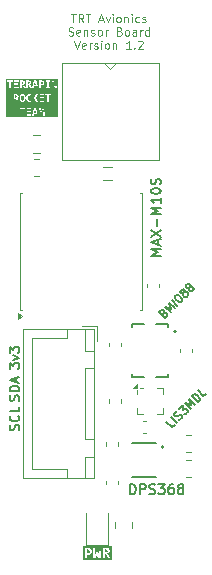
<source format=gbr>
%TF.GenerationSoftware,KiCad,Pcbnew,8.0.8*%
%TF.CreationDate,2025-02-07T05:59:22-05:00*%
%TF.ProjectId,SensorBoardNoMCU,53656e73-6f72-4426-9f61-72644e6f4d43,rev?*%
%TF.SameCoordinates,Original*%
%TF.FileFunction,Legend,Top*%
%TF.FilePolarity,Positive*%
%FSLAX46Y46*%
G04 Gerber Fmt 4.6, Leading zero omitted, Abs format (unit mm)*
G04 Created by KiCad (PCBNEW 8.0.8) date 2025-02-07 05:59:22*
%MOMM*%
%LPD*%
G01*
G04 APERTURE LIST*
%ADD10C,0.153000*%
%ADD11C,0.140000*%
%ADD12C,0.146400*%
%ADD13C,0.250000*%
%ADD14C,0.175000*%
%ADD15C,0.112500*%
%ADD16C,0.120000*%
%ADD17C,0.127000*%
%ADD18C,0.200000*%
%ADD19C,0.160000*%
G04 APERTURE END LIST*
D10*
X90356044Y-87246962D02*
X90394139Y-87132676D01*
X90394139Y-87132676D02*
X90394139Y-86942200D01*
X90394139Y-86942200D02*
X90356044Y-86866009D01*
X90356044Y-86866009D02*
X90317948Y-86827914D01*
X90317948Y-86827914D02*
X90241758Y-86789819D01*
X90241758Y-86789819D02*
X90165567Y-86789819D01*
X90165567Y-86789819D02*
X90089377Y-86827914D01*
X90089377Y-86827914D02*
X90051282Y-86866009D01*
X90051282Y-86866009D02*
X90013186Y-86942200D01*
X90013186Y-86942200D02*
X89975091Y-87094581D01*
X89975091Y-87094581D02*
X89936996Y-87170771D01*
X89936996Y-87170771D02*
X89898901Y-87208866D01*
X89898901Y-87208866D02*
X89822710Y-87246962D01*
X89822710Y-87246962D02*
X89746520Y-87246962D01*
X89746520Y-87246962D02*
X89670329Y-87208866D01*
X89670329Y-87208866D02*
X89632234Y-87170771D01*
X89632234Y-87170771D02*
X89594139Y-87094581D01*
X89594139Y-87094581D02*
X89594139Y-86904104D01*
X89594139Y-86904104D02*
X89632234Y-86789819D01*
X90394139Y-86446961D02*
X89594139Y-86446961D01*
X89594139Y-86446961D02*
X89594139Y-86256485D01*
X89594139Y-86256485D02*
X89632234Y-86142199D01*
X89632234Y-86142199D02*
X89708424Y-86066009D01*
X89708424Y-86066009D02*
X89784615Y-86027914D01*
X89784615Y-86027914D02*
X89936996Y-85989818D01*
X89936996Y-85989818D02*
X90051282Y-85989818D01*
X90051282Y-85989818D02*
X90203663Y-86027914D01*
X90203663Y-86027914D02*
X90279853Y-86066009D01*
X90279853Y-86066009D02*
X90356044Y-86142199D01*
X90356044Y-86142199D02*
X90394139Y-86256485D01*
X90394139Y-86256485D02*
X90394139Y-86446961D01*
X90165567Y-85685057D02*
X90165567Y-85304104D01*
X90394139Y-85761247D02*
X89594139Y-85494580D01*
X89594139Y-85494580D02*
X90394139Y-85227914D01*
D11*
X103602958Y-89265595D02*
X103367255Y-89501297D01*
X103367255Y-89501297D02*
X102872281Y-89006322D01*
X103767950Y-89100603D02*
X103272975Y-88605628D01*
X103956511Y-88864901D02*
X104050792Y-88817761D01*
X104050792Y-88817761D02*
X104168643Y-88699909D01*
X104168643Y-88699909D02*
X104192213Y-88629199D01*
X104192213Y-88629199D02*
X104192213Y-88582058D01*
X104192213Y-88582058D02*
X104168643Y-88511348D01*
X104168643Y-88511348D02*
X104121503Y-88464207D01*
X104121503Y-88464207D02*
X104050792Y-88440637D01*
X104050792Y-88440637D02*
X104003652Y-88440637D01*
X104003652Y-88440637D02*
X103932941Y-88464207D01*
X103932941Y-88464207D02*
X103815090Y-88534918D01*
X103815090Y-88534918D02*
X103744379Y-88558488D01*
X103744379Y-88558488D02*
X103697239Y-88558488D01*
X103697239Y-88558488D02*
X103626528Y-88534918D01*
X103626528Y-88534918D02*
X103579388Y-88487777D01*
X103579388Y-88487777D02*
X103555817Y-88417067D01*
X103555817Y-88417067D02*
X103555817Y-88369926D01*
X103555817Y-88369926D02*
X103579388Y-88299216D01*
X103579388Y-88299216D02*
X103697239Y-88181364D01*
X103697239Y-88181364D02*
X103791520Y-88134224D01*
X103932941Y-87945662D02*
X104239354Y-87639249D01*
X104239354Y-87639249D02*
X104262924Y-87992802D01*
X104262924Y-87992802D02*
X104333635Y-87922092D01*
X104333635Y-87922092D02*
X104404346Y-87898521D01*
X104404346Y-87898521D02*
X104451486Y-87898521D01*
X104451486Y-87898521D02*
X104522197Y-87922092D01*
X104522197Y-87922092D02*
X104640048Y-88039943D01*
X104640048Y-88039943D02*
X104663618Y-88110654D01*
X104663618Y-88110654D02*
X104663618Y-88157794D01*
X104663618Y-88157794D02*
X104640048Y-88228505D01*
X104640048Y-88228505D02*
X104498627Y-88369926D01*
X104498627Y-88369926D02*
X104427916Y-88393496D01*
X104427916Y-88393496D02*
X104380775Y-88393496D01*
X104946461Y-87922091D02*
X104451486Y-87427117D01*
X104451486Y-87427117D02*
X104970031Y-87615679D01*
X104970031Y-87615679D02*
X104781470Y-87097134D01*
X104781470Y-87097134D02*
X105276444Y-87592108D01*
X105512147Y-87356406D02*
X105017172Y-86861431D01*
X105017172Y-86861431D02*
X105135023Y-86743580D01*
X105135023Y-86743580D02*
X105229304Y-86696440D01*
X105229304Y-86696440D02*
X105323585Y-86696440D01*
X105323585Y-86696440D02*
X105394295Y-86720010D01*
X105394295Y-86720010D02*
X105512147Y-86790721D01*
X105512147Y-86790721D02*
X105582857Y-86861431D01*
X105582857Y-86861431D02*
X105653568Y-86979282D01*
X105653568Y-86979282D02*
X105677138Y-87049993D01*
X105677138Y-87049993D02*
X105677138Y-87144274D01*
X105677138Y-87144274D02*
X105629998Y-87238555D01*
X105629998Y-87238555D02*
X105512147Y-87356406D01*
X106242824Y-86625729D02*
X106007121Y-86861431D01*
X106007121Y-86861431D02*
X105512147Y-86366457D01*
D12*
X99796219Y-95139636D02*
X99796219Y-94300036D01*
X99796219Y-94300036D02*
X99996124Y-94300036D01*
X99996124Y-94300036D02*
X100116067Y-94340017D01*
X100116067Y-94340017D02*
X100196029Y-94419979D01*
X100196029Y-94419979D02*
X100236010Y-94499941D01*
X100236010Y-94499941D02*
X100275991Y-94659865D01*
X100275991Y-94659865D02*
X100275991Y-94779808D01*
X100275991Y-94779808D02*
X100236010Y-94939732D01*
X100236010Y-94939732D02*
X100196029Y-95019694D01*
X100196029Y-95019694D02*
X100116067Y-95099656D01*
X100116067Y-95099656D02*
X99996124Y-95139636D01*
X99996124Y-95139636D02*
X99796219Y-95139636D01*
X100635819Y-95139636D02*
X100635819Y-94300036D01*
X100635819Y-94300036D02*
X100955667Y-94300036D01*
X100955667Y-94300036D02*
X101035629Y-94340017D01*
X101035629Y-94340017D02*
X101075610Y-94379998D01*
X101075610Y-94379998D02*
X101115591Y-94459960D01*
X101115591Y-94459960D02*
X101115591Y-94579903D01*
X101115591Y-94579903D02*
X101075610Y-94659865D01*
X101075610Y-94659865D02*
X101035629Y-94699846D01*
X101035629Y-94699846D02*
X100955667Y-94739827D01*
X100955667Y-94739827D02*
X100635819Y-94739827D01*
X101435438Y-95099656D02*
X101555381Y-95139636D01*
X101555381Y-95139636D02*
X101755286Y-95139636D01*
X101755286Y-95139636D02*
X101835248Y-95099656D01*
X101835248Y-95099656D02*
X101875229Y-95059675D01*
X101875229Y-95059675D02*
X101915210Y-94979713D01*
X101915210Y-94979713D02*
X101915210Y-94899751D01*
X101915210Y-94899751D02*
X101875229Y-94819789D01*
X101875229Y-94819789D02*
X101835248Y-94779808D01*
X101835248Y-94779808D02*
X101755286Y-94739827D01*
X101755286Y-94739827D02*
X101595362Y-94699846D01*
X101595362Y-94699846D02*
X101515400Y-94659865D01*
X101515400Y-94659865D02*
X101475419Y-94619884D01*
X101475419Y-94619884D02*
X101435438Y-94539922D01*
X101435438Y-94539922D02*
X101435438Y-94459960D01*
X101435438Y-94459960D02*
X101475419Y-94379998D01*
X101475419Y-94379998D02*
X101515400Y-94340017D01*
X101515400Y-94340017D02*
X101595362Y-94300036D01*
X101595362Y-94300036D02*
X101795267Y-94300036D01*
X101795267Y-94300036D02*
X101915210Y-94340017D01*
X102195076Y-94300036D02*
X102714829Y-94300036D01*
X102714829Y-94300036D02*
X102434962Y-94619884D01*
X102434962Y-94619884D02*
X102554905Y-94619884D01*
X102554905Y-94619884D02*
X102634867Y-94659865D01*
X102634867Y-94659865D02*
X102674848Y-94699846D01*
X102674848Y-94699846D02*
X102714829Y-94779808D01*
X102714829Y-94779808D02*
X102714829Y-94979713D01*
X102714829Y-94979713D02*
X102674848Y-95059675D01*
X102674848Y-95059675D02*
X102634867Y-95099656D01*
X102634867Y-95099656D02*
X102554905Y-95139636D01*
X102554905Y-95139636D02*
X102315019Y-95139636D01*
X102315019Y-95139636D02*
X102235057Y-95099656D01*
X102235057Y-95099656D02*
X102195076Y-95059675D01*
X103434486Y-94300036D02*
X103274562Y-94300036D01*
X103274562Y-94300036D02*
X103194600Y-94340017D01*
X103194600Y-94340017D02*
X103154619Y-94379998D01*
X103154619Y-94379998D02*
X103074657Y-94499941D01*
X103074657Y-94499941D02*
X103034676Y-94659865D01*
X103034676Y-94659865D02*
X103034676Y-94979713D01*
X103034676Y-94979713D02*
X103074657Y-95059675D01*
X103074657Y-95059675D02*
X103114638Y-95099656D01*
X103114638Y-95099656D02*
X103194600Y-95139636D01*
X103194600Y-95139636D02*
X103354524Y-95139636D01*
X103354524Y-95139636D02*
X103434486Y-95099656D01*
X103434486Y-95099656D02*
X103474467Y-95059675D01*
X103474467Y-95059675D02*
X103514448Y-94979713D01*
X103514448Y-94979713D02*
X103514448Y-94779808D01*
X103514448Y-94779808D02*
X103474467Y-94699846D01*
X103474467Y-94699846D02*
X103434486Y-94659865D01*
X103434486Y-94659865D02*
X103354524Y-94619884D01*
X103354524Y-94619884D02*
X103194600Y-94619884D01*
X103194600Y-94619884D02*
X103114638Y-94659865D01*
X103114638Y-94659865D02*
X103074657Y-94699846D01*
X103074657Y-94699846D02*
X103034676Y-94779808D01*
X103994219Y-94659865D02*
X103914257Y-94619884D01*
X103914257Y-94619884D02*
X103874276Y-94579903D01*
X103874276Y-94579903D02*
X103834295Y-94499941D01*
X103834295Y-94499941D02*
X103834295Y-94459960D01*
X103834295Y-94459960D02*
X103874276Y-94379998D01*
X103874276Y-94379998D02*
X103914257Y-94340017D01*
X103914257Y-94340017D02*
X103994219Y-94300036D01*
X103994219Y-94300036D02*
X104154143Y-94300036D01*
X104154143Y-94300036D02*
X104234105Y-94340017D01*
X104234105Y-94340017D02*
X104274086Y-94379998D01*
X104274086Y-94379998D02*
X104314067Y-94459960D01*
X104314067Y-94459960D02*
X104314067Y-94499941D01*
X104314067Y-94499941D02*
X104274086Y-94579903D01*
X104274086Y-94579903D02*
X104234105Y-94619884D01*
X104234105Y-94619884D02*
X104154143Y-94659865D01*
X104154143Y-94659865D02*
X103994219Y-94659865D01*
X103994219Y-94659865D02*
X103914257Y-94699846D01*
X103914257Y-94699846D02*
X103874276Y-94739827D01*
X103874276Y-94739827D02*
X103834295Y-94819789D01*
X103834295Y-94819789D02*
X103834295Y-94979713D01*
X103834295Y-94979713D02*
X103874276Y-95059675D01*
X103874276Y-95059675D02*
X103914257Y-95099656D01*
X103914257Y-95099656D02*
X103994219Y-95139636D01*
X103994219Y-95139636D02*
X104154143Y-95139636D01*
X104154143Y-95139636D02*
X104234105Y-95099656D01*
X104234105Y-95099656D02*
X104274086Y-95059675D01*
X104274086Y-95059675D02*
X104314067Y-94979713D01*
X104314067Y-94979713D02*
X104314067Y-94819789D01*
X104314067Y-94819789D02*
X104274086Y-94739827D01*
X104274086Y-94739827D02*
X104234105Y-94699846D01*
X104234105Y-94699846D02*
X104154143Y-94659865D01*
D10*
X90356044Y-89746962D02*
X90394139Y-89632676D01*
X90394139Y-89632676D02*
X90394139Y-89442200D01*
X90394139Y-89442200D02*
X90356044Y-89366009D01*
X90356044Y-89366009D02*
X90317948Y-89327914D01*
X90317948Y-89327914D02*
X90241758Y-89289819D01*
X90241758Y-89289819D02*
X90165567Y-89289819D01*
X90165567Y-89289819D02*
X90089377Y-89327914D01*
X90089377Y-89327914D02*
X90051282Y-89366009D01*
X90051282Y-89366009D02*
X90013186Y-89442200D01*
X90013186Y-89442200D02*
X89975091Y-89594581D01*
X89975091Y-89594581D02*
X89936996Y-89670771D01*
X89936996Y-89670771D02*
X89898901Y-89708866D01*
X89898901Y-89708866D02*
X89822710Y-89746962D01*
X89822710Y-89746962D02*
X89746520Y-89746962D01*
X89746520Y-89746962D02*
X89670329Y-89708866D01*
X89670329Y-89708866D02*
X89632234Y-89670771D01*
X89632234Y-89670771D02*
X89594139Y-89594581D01*
X89594139Y-89594581D02*
X89594139Y-89404104D01*
X89594139Y-89404104D02*
X89632234Y-89289819D01*
X90317948Y-88489818D02*
X90356044Y-88527914D01*
X90356044Y-88527914D02*
X90394139Y-88642199D01*
X90394139Y-88642199D02*
X90394139Y-88718390D01*
X90394139Y-88718390D02*
X90356044Y-88832676D01*
X90356044Y-88832676D02*
X90279853Y-88908866D01*
X90279853Y-88908866D02*
X90203663Y-88946961D01*
X90203663Y-88946961D02*
X90051282Y-88985057D01*
X90051282Y-88985057D02*
X89936996Y-88985057D01*
X89936996Y-88985057D02*
X89784615Y-88946961D01*
X89784615Y-88946961D02*
X89708424Y-88908866D01*
X89708424Y-88908866D02*
X89632234Y-88832676D01*
X89632234Y-88832676D02*
X89594139Y-88718390D01*
X89594139Y-88718390D02*
X89594139Y-88642199D01*
X89594139Y-88642199D02*
X89632234Y-88527914D01*
X89632234Y-88527914D02*
X89670329Y-88489818D01*
X90394139Y-87766009D02*
X90394139Y-88146961D01*
X90394139Y-88146961D02*
X89594139Y-88146961D01*
X89594139Y-84535057D02*
X89594139Y-84039819D01*
X89594139Y-84039819D02*
X89898901Y-84306485D01*
X89898901Y-84306485D02*
X89898901Y-84192200D01*
X89898901Y-84192200D02*
X89936996Y-84116009D01*
X89936996Y-84116009D02*
X89975091Y-84077914D01*
X89975091Y-84077914D02*
X90051282Y-84039819D01*
X90051282Y-84039819D02*
X90241758Y-84039819D01*
X90241758Y-84039819D02*
X90317948Y-84077914D01*
X90317948Y-84077914D02*
X90356044Y-84116009D01*
X90356044Y-84116009D02*
X90394139Y-84192200D01*
X90394139Y-84192200D02*
X90394139Y-84420771D01*
X90394139Y-84420771D02*
X90356044Y-84496962D01*
X90356044Y-84496962D02*
X90317948Y-84535057D01*
X89860805Y-83773152D02*
X90394139Y-83582676D01*
X90394139Y-83582676D02*
X89860805Y-83392199D01*
X89594139Y-83163628D02*
X89594139Y-82668390D01*
X89594139Y-82668390D02*
X89898901Y-82935056D01*
X89898901Y-82935056D02*
X89898901Y-82820771D01*
X89898901Y-82820771D02*
X89936996Y-82744580D01*
X89936996Y-82744580D02*
X89975091Y-82706485D01*
X89975091Y-82706485D02*
X90051282Y-82668390D01*
X90051282Y-82668390D02*
X90241758Y-82668390D01*
X90241758Y-82668390D02*
X90317948Y-82706485D01*
X90317948Y-82706485D02*
X90356044Y-82744580D01*
X90356044Y-82744580D02*
X90394139Y-82820771D01*
X90394139Y-82820771D02*
X90394139Y-83049342D01*
X90394139Y-83049342D02*
X90356044Y-83125533D01*
X90356044Y-83125533D02*
X90317948Y-83163628D01*
D13*
G36*
X96232627Y-99831231D02*
G01*
X96281438Y-99840676D01*
X96296241Y-99845941D01*
X96339568Y-99872184D01*
X96347765Y-99880186D01*
X96373762Y-99922009D01*
X96378784Y-99936954D01*
X96385241Y-99986734D01*
X96384294Y-100008018D01*
X96373273Y-100057320D01*
X96367500Y-100070684D01*
X96338102Y-100111542D01*
X96325951Y-100122120D01*
X96281438Y-100145980D01*
X96254716Y-100153273D01*
X96203769Y-100157948D01*
X96109735Y-100157948D01*
X96109735Y-99829685D01*
X96198395Y-99829685D01*
X96232627Y-99831231D01*
G37*
G36*
X97741519Y-99830383D02*
G01*
X97793519Y-99837750D01*
X97841905Y-99858262D01*
X97846992Y-99861947D01*
X97875874Y-99901805D01*
X97883915Y-99951807D01*
X97883720Y-99959455D01*
X97871459Y-100007006D01*
X97869891Y-100009968D01*
X97836532Y-100047306D01*
X97827688Y-100053076D01*
X97781822Y-100071730D01*
X97761237Y-100075981D01*
X97710747Y-100079790D01*
X97642115Y-100079790D01*
X97642115Y-99829685D01*
X97716364Y-99829685D01*
X97741519Y-99830383D01*
G37*
G36*
X98249250Y-100705000D02*
G01*
X95814498Y-100705000D01*
X95814498Y-99829685D01*
X95939498Y-99829685D01*
X95939498Y-100157948D01*
X95939498Y-100580000D01*
X96109735Y-100580000D01*
X96109735Y-100298632D01*
X96195709Y-100298632D01*
X96201350Y-100298608D01*
X96255408Y-100295803D01*
X96305173Y-100288323D01*
X96354955Y-100274696D01*
X96383990Y-100263206D01*
X96428652Y-100239266D01*
X96469749Y-100207285D01*
X96486253Y-100190424D01*
X96516472Y-100150061D01*
X96539114Y-100104459D01*
X96549372Y-100074112D01*
X96559264Y-100026072D01*
X96562561Y-99975010D01*
X96561983Y-99953868D01*
X96555065Y-99902470D01*
X96538870Y-99852889D01*
X96532603Y-99839841D01*
X96505262Y-99798320D01*
X96469505Y-99763251D01*
X96448494Y-99748171D01*
X96404017Y-99724631D01*
X96356665Y-99708053D01*
X96352462Y-99706880D01*
X96303622Y-99696443D01*
X96255064Y-99690862D01*
X96202547Y-99689002D01*
X96638277Y-99689002D01*
X96688346Y-100580000D01*
X96878612Y-100580000D01*
X96965806Y-100294480D01*
X96996825Y-100174312D01*
X97029065Y-100291549D01*
X97117725Y-100580000D01*
X97316295Y-100580000D01*
X97359076Y-99829685D01*
X97473099Y-99829685D01*
X97473099Y-100079790D01*
X97473099Y-100580000D01*
X97642115Y-100580000D01*
X97642115Y-100204842D01*
X97674355Y-100204842D01*
X97702748Y-100207353D01*
X97749582Y-100226092D01*
X97773240Y-100246544D01*
X97799407Y-100288618D01*
X97925681Y-100580000D01*
X98124250Y-100580000D01*
X97980635Y-100276161D01*
X97978925Y-100272556D01*
X97954936Y-100227997D01*
X97925681Y-100188722D01*
X97909849Y-100174033D01*
X97865353Y-100152819D01*
X97896333Y-100146281D01*
X97943999Y-100129127D01*
X97967638Y-100116300D01*
X98006037Y-100084919D01*
X98022618Y-100064872D01*
X98046581Y-100019706D01*
X98056924Y-99981800D01*
X98060991Y-99933000D01*
X98060632Y-99916472D01*
X98054512Y-99867235D01*
X98038032Y-99818939D01*
X98010128Y-99776502D01*
X97972331Y-99742979D01*
X97964204Y-99737676D01*
X97918802Y-99715536D01*
X97869261Y-99701458D01*
X97834225Y-99695437D01*
X97784084Y-99690473D01*
X97734683Y-99689002D01*
X97473099Y-99689002D01*
X97473099Y-99829685D01*
X97359076Y-99829685D01*
X97367097Y-99689002D01*
X97223482Y-99689002D01*
X97200768Y-100274696D01*
X97198081Y-100413426D01*
X97164376Y-100305471D01*
X97060084Y-99954738D01*
X96953594Y-99954738D01*
X96854676Y-100280558D01*
X96814131Y-100414891D01*
X96808514Y-100259064D01*
X96787265Y-99689002D01*
X96638277Y-99689002D01*
X96202547Y-99689002D01*
X95939498Y-99689002D01*
X95939498Y-99829685D01*
X95814498Y-99829685D01*
X95814498Y-99564002D01*
X98249250Y-99564002D01*
X98249250Y-100705000D01*
G37*
D12*
X102389636Y-74953780D02*
X101550036Y-74953780D01*
X101550036Y-74953780D02*
X102149751Y-74673913D01*
X102149751Y-74673913D02*
X101550036Y-74394046D01*
X101550036Y-74394046D02*
X102389636Y-74394046D01*
X102149751Y-74034218D02*
X102149751Y-73634408D01*
X102389636Y-74114180D02*
X101550036Y-73834313D01*
X101550036Y-73834313D02*
X102389636Y-73554446D01*
X101550036Y-73354542D02*
X102389636Y-72794808D01*
X101550036Y-72794808D02*
X102389636Y-73354542D01*
X102069789Y-72474961D02*
X102069789Y-71835266D01*
X102389636Y-71435456D02*
X101550036Y-71435456D01*
X101550036Y-71435456D02*
X102149751Y-71155589D01*
X102149751Y-71155589D02*
X101550036Y-70875722D01*
X101550036Y-70875722D02*
X102389636Y-70875722D01*
X102389636Y-70036122D02*
X102389636Y-70515894D01*
X102389636Y-70276008D02*
X101550036Y-70276008D01*
X101550036Y-70276008D02*
X101669979Y-70355970D01*
X101669979Y-70355970D02*
X101749941Y-70435932D01*
X101749941Y-70435932D02*
X101789922Y-70515894D01*
X101550036Y-69516370D02*
X101550036Y-69436408D01*
X101550036Y-69436408D02*
X101590017Y-69356446D01*
X101590017Y-69356446D02*
X101629998Y-69316465D01*
X101629998Y-69316465D02*
X101709960Y-69276484D01*
X101709960Y-69276484D02*
X101869884Y-69236503D01*
X101869884Y-69236503D02*
X102069789Y-69236503D01*
X102069789Y-69236503D02*
X102229713Y-69276484D01*
X102229713Y-69276484D02*
X102309675Y-69316465D01*
X102309675Y-69316465D02*
X102349656Y-69356446D01*
X102349656Y-69356446D02*
X102389636Y-69436408D01*
X102389636Y-69436408D02*
X102389636Y-69516370D01*
X102389636Y-69516370D02*
X102349656Y-69596332D01*
X102349656Y-69596332D02*
X102309675Y-69636313D01*
X102309675Y-69636313D02*
X102229713Y-69676294D01*
X102229713Y-69676294D02*
X102069789Y-69716275D01*
X102069789Y-69716275D02*
X101869884Y-69716275D01*
X101869884Y-69716275D02*
X101709960Y-69676294D01*
X101709960Y-69676294D02*
X101629998Y-69636313D01*
X101629998Y-69636313D02*
X101590017Y-69596332D01*
X101590017Y-69596332D02*
X101550036Y-69516370D01*
X102349656Y-68916656D02*
X102389636Y-68796713D01*
X102389636Y-68796713D02*
X102389636Y-68596808D01*
X102389636Y-68596808D02*
X102349656Y-68516846D01*
X102349656Y-68516846D02*
X102309675Y-68476865D01*
X102309675Y-68476865D02*
X102229713Y-68436884D01*
X102229713Y-68436884D02*
X102149751Y-68436884D01*
X102149751Y-68436884D02*
X102069789Y-68476865D01*
X102069789Y-68476865D02*
X102029808Y-68516846D01*
X102029808Y-68516846D02*
X101989827Y-68596808D01*
X101989827Y-68596808D02*
X101949846Y-68756732D01*
X101949846Y-68756732D02*
X101909865Y-68836694D01*
X101909865Y-68836694D02*
X101869884Y-68876675D01*
X101869884Y-68876675D02*
X101789922Y-68916656D01*
X101789922Y-68916656D02*
X101709960Y-68916656D01*
X101709960Y-68916656D02*
X101629998Y-68876675D01*
X101629998Y-68876675D02*
X101590017Y-68836694D01*
X101590017Y-68836694D02*
X101550036Y-68756732D01*
X101550036Y-68756732D02*
X101550036Y-68556827D01*
X101550036Y-68556827D02*
X101590017Y-68436884D01*
D11*
X102647975Y-79827033D02*
X102742255Y-79779893D01*
X102742255Y-79779893D02*
X102789396Y-79779893D01*
X102789396Y-79779893D02*
X102860107Y-79803463D01*
X102860107Y-79803463D02*
X102930817Y-79874173D01*
X102930817Y-79874173D02*
X102954388Y-79944884D01*
X102954388Y-79944884D02*
X102954388Y-79992025D01*
X102954388Y-79992025D02*
X102930817Y-80062735D01*
X102930817Y-80062735D02*
X102742255Y-80251297D01*
X102742255Y-80251297D02*
X102247281Y-79756322D01*
X102247281Y-79756322D02*
X102412272Y-79591331D01*
X102412272Y-79591331D02*
X102482983Y-79567761D01*
X102482983Y-79567761D02*
X102530123Y-79567761D01*
X102530123Y-79567761D02*
X102600834Y-79591331D01*
X102600834Y-79591331D02*
X102647975Y-79638471D01*
X102647975Y-79638471D02*
X102671545Y-79709182D01*
X102671545Y-79709182D02*
X102671545Y-79756322D01*
X102671545Y-79756322D02*
X102647975Y-79827033D01*
X102647975Y-79827033D02*
X102482983Y-79992025D01*
X103237230Y-79756322D02*
X102742255Y-79261348D01*
X102742255Y-79261348D02*
X103260800Y-79449909D01*
X103260800Y-79449909D02*
X103072239Y-78931364D01*
X103072239Y-78931364D02*
X103567213Y-79426339D01*
X103802916Y-79190637D02*
X103307941Y-78695662D01*
X103637924Y-78365679D02*
X103685064Y-78318539D01*
X103685064Y-78318539D02*
X103755775Y-78294969D01*
X103755775Y-78294969D02*
X103802915Y-78294969D01*
X103802915Y-78294969D02*
X103873626Y-78318539D01*
X103873626Y-78318539D02*
X103991477Y-78389249D01*
X103991477Y-78389249D02*
X104109328Y-78507101D01*
X104109328Y-78507101D02*
X104180039Y-78624952D01*
X104180039Y-78624952D02*
X104203609Y-78695662D01*
X104203609Y-78695662D02*
X104203609Y-78742803D01*
X104203609Y-78742803D02*
X104180039Y-78813514D01*
X104180039Y-78813514D02*
X104132899Y-78860654D01*
X104132899Y-78860654D02*
X104062188Y-78884224D01*
X104062188Y-78884224D02*
X104015047Y-78884224D01*
X104015047Y-78884224D02*
X103944337Y-78860654D01*
X103944337Y-78860654D02*
X103826486Y-78789943D01*
X103826486Y-78789943D02*
X103708635Y-78672092D01*
X103708635Y-78672092D02*
X103637924Y-78554241D01*
X103637924Y-78554241D02*
X103614354Y-78483530D01*
X103614354Y-78483530D02*
X103614354Y-78436390D01*
X103614354Y-78436390D02*
X103637924Y-78365679D01*
X104297890Y-78129977D02*
X104227180Y-78153547D01*
X104227180Y-78153547D02*
X104180039Y-78153547D01*
X104180039Y-78153547D02*
X104109329Y-78129977D01*
X104109329Y-78129977D02*
X104085758Y-78106407D01*
X104085758Y-78106407D02*
X104062188Y-78035696D01*
X104062188Y-78035696D02*
X104062188Y-77988555D01*
X104062188Y-77988555D02*
X104085758Y-77917845D01*
X104085758Y-77917845D02*
X104180039Y-77823564D01*
X104180039Y-77823564D02*
X104250750Y-77799994D01*
X104250750Y-77799994D02*
X104297890Y-77799994D01*
X104297890Y-77799994D02*
X104368601Y-77823564D01*
X104368601Y-77823564D02*
X104392171Y-77847134D01*
X104392171Y-77847134D02*
X104415742Y-77917845D01*
X104415742Y-77917845D02*
X104415742Y-77964985D01*
X104415742Y-77964985D02*
X104392171Y-78035696D01*
X104392171Y-78035696D02*
X104297890Y-78129977D01*
X104297890Y-78129977D02*
X104274320Y-78200687D01*
X104274320Y-78200687D02*
X104274320Y-78247828D01*
X104274320Y-78247828D02*
X104297890Y-78318539D01*
X104297890Y-78318539D02*
X104392171Y-78412819D01*
X104392171Y-78412819D02*
X104462882Y-78436390D01*
X104462882Y-78436390D02*
X104510022Y-78436390D01*
X104510022Y-78436390D02*
X104580733Y-78412819D01*
X104580733Y-78412819D02*
X104675014Y-78318539D01*
X104675014Y-78318539D02*
X104698584Y-78247828D01*
X104698584Y-78247828D02*
X104698584Y-78200687D01*
X104698584Y-78200687D02*
X104675014Y-78129977D01*
X104675014Y-78129977D02*
X104580733Y-78035696D01*
X104580733Y-78035696D02*
X104510022Y-78012126D01*
X104510022Y-78012126D02*
X104462882Y-78012126D01*
X104462882Y-78012126D02*
X104392171Y-78035696D01*
X104769295Y-77658572D02*
X104698584Y-77682142D01*
X104698584Y-77682142D02*
X104651444Y-77682142D01*
X104651444Y-77682142D02*
X104580733Y-77658572D01*
X104580733Y-77658572D02*
X104557163Y-77635002D01*
X104557163Y-77635002D02*
X104533593Y-77564291D01*
X104533593Y-77564291D02*
X104533593Y-77517151D01*
X104533593Y-77517151D02*
X104557163Y-77446440D01*
X104557163Y-77446440D02*
X104651444Y-77352159D01*
X104651444Y-77352159D02*
X104722155Y-77328589D01*
X104722155Y-77328589D02*
X104769295Y-77328589D01*
X104769295Y-77328589D02*
X104840006Y-77352159D01*
X104840006Y-77352159D02*
X104863576Y-77375729D01*
X104863576Y-77375729D02*
X104887146Y-77446440D01*
X104887146Y-77446440D02*
X104887146Y-77493580D01*
X104887146Y-77493580D02*
X104863576Y-77564291D01*
X104863576Y-77564291D02*
X104769295Y-77658572D01*
X104769295Y-77658572D02*
X104745725Y-77729283D01*
X104745725Y-77729283D02*
X104745725Y-77776423D01*
X104745725Y-77776423D02*
X104769295Y-77847134D01*
X104769295Y-77847134D02*
X104863576Y-77941415D01*
X104863576Y-77941415D02*
X104934287Y-77964985D01*
X104934287Y-77964985D02*
X104981427Y-77964985D01*
X104981427Y-77964985D02*
X105052138Y-77941415D01*
X105052138Y-77941415D02*
X105146419Y-77847134D01*
X105146419Y-77847134D02*
X105169989Y-77776423D01*
X105169989Y-77776423D02*
X105169989Y-77729283D01*
X105169989Y-77729283D02*
X105146419Y-77658572D01*
X105146419Y-77658572D02*
X105052138Y-77564291D01*
X105052138Y-77564291D02*
X104981427Y-77540721D01*
X104981427Y-77540721D02*
X104934287Y-77540721D01*
X104934287Y-77540721D02*
X104863576Y-77564291D01*
D14*
G36*
X91847582Y-62872658D02*
G01*
X91683279Y-62872658D01*
X91765858Y-62574828D01*
X91847582Y-62872658D01*
G37*
G36*
X90702616Y-61390489D02*
G01*
X90740076Y-61397829D01*
X90769989Y-61415654D01*
X90792355Y-61443964D01*
X90800975Y-61462040D01*
X90811727Y-61496586D01*
X90818068Y-61532495D01*
X90821223Y-61567493D01*
X90822275Y-61606386D01*
X90822023Y-61625025D01*
X90820003Y-61659887D01*
X90815094Y-61696487D01*
X90806522Y-61730487D01*
X90792355Y-61762481D01*
X90779565Y-61780786D01*
X90752690Y-61803172D01*
X90729549Y-61812639D01*
X90694219Y-61817021D01*
X90685902Y-61816812D01*
X90648730Y-61809495D01*
X90618904Y-61791727D01*
X90596424Y-61763507D01*
X90587755Y-61745383D01*
X90576941Y-61710774D01*
X90570564Y-61674830D01*
X90567391Y-61639814D01*
X90566333Y-61600915D01*
X90566585Y-61582282D01*
X90568605Y-61547468D01*
X90573514Y-61510984D01*
X90582086Y-61476861D01*
X90596253Y-61444819D01*
X90609228Y-61426515D01*
X90636089Y-61404128D01*
X90659080Y-61394661D01*
X90694219Y-61390280D01*
X90702616Y-61390489D01*
G37*
G36*
X90135316Y-61390768D02*
G01*
X90171716Y-61395925D01*
X90205586Y-61410283D01*
X90209147Y-61412863D01*
X90229364Y-61440763D01*
X90234993Y-61475765D01*
X90234857Y-61481118D01*
X90226274Y-61514404D01*
X90225176Y-61516478D01*
X90201825Y-61542614D01*
X90195634Y-61546653D01*
X90163528Y-61559711D01*
X90149119Y-61562686D01*
X90113775Y-61565353D01*
X90065733Y-61565353D01*
X90065733Y-61390280D01*
X90117708Y-61390280D01*
X90135316Y-61390768D01*
G37*
G36*
X90673529Y-60214768D02*
G01*
X90709929Y-60219925D01*
X90743799Y-60234283D01*
X90747360Y-60236863D01*
X90767578Y-60264763D01*
X90773206Y-60299765D01*
X90773070Y-60305118D01*
X90764487Y-60338404D01*
X90763389Y-60340478D01*
X90740038Y-60366614D01*
X90733847Y-60370653D01*
X90701741Y-60383711D01*
X90687332Y-60386686D01*
X90651988Y-60389353D01*
X90603946Y-60389353D01*
X90603946Y-60214280D01*
X90655921Y-60214280D01*
X90673529Y-60214768D01*
G37*
G36*
X91211742Y-60214768D02*
G01*
X91248143Y-60219925D01*
X91282013Y-60234283D01*
X91285574Y-60236863D01*
X91305791Y-60264763D01*
X91311420Y-60299765D01*
X91311284Y-60305118D01*
X91302700Y-60338404D01*
X91301603Y-60340478D01*
X91278252Y-60366614D01*
X91272061Y-60370653D01*
X91239954Y-60383711D01*
X91225545Y-60386686D01*
X91190202Y-60389353D01*
X91142159Y-60389353D01*
X91142159Y-60214280D01*
X91194134Y-60214280D01*
X91211742Y-60214768D01*
G37*
G36*
X91847582Y-60520658D02*
G01*
X91683279Y-60520658D01*
X91765858Y-60222828D01*
X91847582Y-60520658D01*
G37*
G36*
X92308372Y-60215362D02*
G01*
X92342540Y-60221973D01*
X92352902Y-60225658D01*
X92383231Y-60244028D01*
X92388969Y-60249630D01*
X92407166Y-60278906D01*
X92410682Y-60289368D01*
X92415202Y-60324213D01*
X92414539Y-60339112D01*
X92406824Y-60373624D01*
X92402783Y-60382978D01*
X92382205Y-60411579D01*
X92373699Y-60418984D01*
X92342540Y-60435686D01*
X92323835Y-60440791D01*
X92288171Y-60444063D01*
X92222348Y-60444063D01*
X92222348Y-60214280D01*
X92284410Y-60214280D01*
X92308372Y-60215362D01*
G37*
G36*
X93702227Y-63179000D02*
G01*
X89297601Y-63179000D01*
X89297601Y-62566280D01*
X90461528Y-62566280D01*
X90633695Y-62566280D01*
X90633695Y-63091500D01*
X90754912Y-63091500D01*
X91050348Y-63091500D01*
X91428705Y-63091500D01*
X91501880Y-63091500D01*
X91619337Y-63091500D01*
X91654898Y-62971137D01*
X91874082Y-62971137D01*
X91908789Y-63091500D01*
X92039581Y-63091500D01*
X92059926Y-63091500D01*
X92160286Y-63091500D01*
X92170886Y-62735882D01*
X92174305Y-62597909D01*
X92200806Y-62687839D01*
X92263723Y-62905484D01*
X92337753Y-62905484D01*
X92407508Y-62687839D01*
X92437770Y-62597909D01*
X92442044Y-62738788D01*
X92453670Y-63091500D01*
X92557962Y-63091500D01*
X92526845Y-62467801D01*
X92390753Y-62467801D01*
X92332623Y-62655697D01*
X92306123Y-62752466D01*
X92279623Y-62649884D01*
X92224228Y-62467801D01*
X92090701Y-62467801D01*
X92059926Y-63091500D01*
X92039581Y-63091500D01*
X91853395Y-62467801D01*
X91688067Y-62467801D01*
X91567209Y-62872658D01*
X91501880Y-63091500D01*
X91428705Y-63091500D01*
X91428705Y-62993021D01*
X91170540Y-62993021D01*
X91170540Y-62817948D01*
X91416737Y-62817948D01*
X91416737Y-62719469D01*
X91170540Y-62719469D01*
X91170540Y-62566280D01*
X91428705Y-62566280D01*
X91428705Y-62467801D01*
X91050348Y-62467801D01*
X91050348Y-63091500D01*
X90754912Y-63091500D01*
X90754912Y-62566280D01*
X90927079Y-62566280D01*
X90927079Y-62467801D01*
X90461528Y-62467801D01*
X90461528Y-62566280D01*
X89297601Y-62566280D01*
X89297601Y-61390280D01*
X89947422Y-61390280D01*
X89947422Y-61565353D01*
X89947422Y-61915500D01*
X90065733Y-61915500D01*
X90065733Y-61652890D01*
X90088301Y-61652890D01*
X90108176Y-61654647D01*
X90140960Y-61667764D01*
X90157521Y-61682081D01*
X90175838Y-61711532D01*
X90264229Y-61915500D01*
X90403228Y-61915500D01*
X90302697Y-61702813D01*
X90301500Y-61700289D01*
X90284708Y-61669098D01*
X90264229Y-61641606D01*
X90253147Y-61631323D01*
X90221999Y-61616473D01*
X90243686Y-61611897D01*
X90258524Y-61606557D01*
X90441354Y-61606557D01*
X90441598Y-61625779D01*
X90443548Y-61662484D01*
X90448728Y-61705105D01*
X90456955Y-61744102D01*
X90468229Y-61779477D01*
X90482550Y-61811228D01*
X90503758Y-61844547D01*
X90520363Y-61863741D01*
X90548878Y-61887734D01*
X90581720Y-61905968D01*
X90618890Y-61918444D01*
X90653171Y-61924442D01*
X90690457Y-61926442D01*
X90723162Y-61924588D01*
X90757671Y-61918269D01*
X90790646Y-61907464D01*
X90818846Y-61893492D01*
X90847127Y-61873496D01*
X90872540Y-61848650D01*
X90878948Y-61841021D01*
X90898395Y-61812811D01*
X90914905Y-61780326D01*
X90927251Y-61747436D01*
X90936920Y-61710879D01*
X90942859Y-61675296D01*
X90946297Y-61636806D01*
X90946914Y-61613566D01*
X91001281Y-61613566D01*
X91001930Y-61641885D01*
X91004815Y-61677585D01*
X91010820Y-61714939D01*
X91019745Y-61749317D01*
X91020927Y-61752953D01*
X91034578Y-61787274D01*
X91051568Y-61817888D01*
X91074114Y-61847282D01*
X91098140Y-61869973D01*
X91128232Y-61890574D01*
X91162163Y-61906609D01*
X91175443Y-61911257D01*
X91210769Y-61920166D01*
X91245160Y-61924873D01*
X91282013Y-61926442D01*
X91292563Y-61926313D01*
X91328686Y-61923845D01*
X91363566Y-61918235D01*
X91375868Y-61915515D01*
X91375922Y-61915500D01*
X91562062Y-61915500D01*
X91682254Y-61915500D01*
X91682254Y-61613908D01*
X91871176Y-61915500D01*
X92024194Y-61915500D01*
X92126776Y-61915500D01*
X92505133Y-61915500D01*
X92505133Y-61817021D01*
X92246968Y-61817021D01*
X92246968Y-61641948D01*
X92493165Y-61641948D01*
X92493165Y-61543469D01*
X92246968Y-61543469D01*
X92246968Y-61390280D01*
X92505133Y-61390280D01*
X92614383Y-61390280D01*
X92786549Y-61390280D01*
X92786549Y-61915500D01*
X92907767Y-61915500D01*
X92907767Y-61390280D01*
X93079934Y-61390280D01*
X93079934Y-61291801D01*
X92614383Y-61291801D01*
X92614383Y-61390280D01*
X92505133Y-61390280D01*
X92505133Y-61291801D01*
X92126776Y-61291801D01*
X92126776Y-61915500D01*
X92024194Y-61915500D01*
X91799540Y-61591853D01*
X92013081Y-61291801D01*
X91870321Y-61291801D01*
X91682254Y-61582621D01*
X91682254Y-61291801D01*
X91562062Y-61291801D01*
X91562062Y-61915500D01*
X91375922Y-61915500D01*
X91411024Y-61905679D01*
X91444606Y-61893615D01*
X91444606Y-61784195D01*
X91442608Y-61784985D01*
X91410241Y-61796675D01*
X91406773Y-61797784D01*
X91372627Y-61807105D01*
X91369074Y-61807923D01*
X91335185Y-61814285D01*
X91300820Y-61817021D01*
X91292623Y-61816895D01*
X91257149Y-61812968D01*
X91224226Y-61802659D01*
X91196609Y-61786340D01*
X91171396Y-61760943D01*
X91170113Y-61759221D01*
X91152455Y-61728500D01*
X91140792Y-61694264D01*
X91136995Y-61676487D01*
X91132417Y-61640823D01*
X91131047Y-61604847D01*
X91131281Y-61590293D01*
X91134076Y-61554249D01*
X91140621Y-61518336D01*
X91141241Y-61515889D01*
X91153017Y-61481706D01*
X91170712Y-61450461D01*
X91194007Y-61425115D01*
X91222858Y-61406180D01*
X91231011Y-61402453D01*
X91265202Y-61392904D01*
X91299452Y-61390280D01*
X91331381Y-61392160D01*
X91366644Y-61397802D01*
X91378329Y-61400404D01*
X91412026Y-61410352D01*
X91444606Y-61423106D01*
X91444606Y-61302743D01*
X91439584Y-61301156D01*
X91405625Y-61292143D01*
X91403297Y-61291615D01*
X91368695Y-61285304D01*
X91366406Y-61284990D01*
X91331424Y-61281885D01*
X91325426Y-61281589D01*
X91290733Y-61280859D01*
X91274226Y-61281209D01*
X91238591Y-61284555D01*
X91205037Y-61291445D01*
X91170199Y-61303256D01*
X91163572Y-61306114D01*
X91132300Y-61322787D01*
X91104133Y-61343433D01*
X91079072Y-61368054D01*
X91072203Y-61376206D01*
X91051500Y-61405831D01*
X91034169Y-61439231D01*
X91021455Y-61472516D01*
X91012629Y-61504477D01*
X91006324Y-61538639D01*
X91002542Y-61575002D01*
X91001281Y-61613566D01*
X90946914Y-61613566D01*
X90947254Y-61600744D01*
X90947010Y-61581461D01*
X90945054Y-61544654D01*
X90939860Y-61501944D01*
X90931610Y-61462899D01*
X90920305Y-61427519D01*
X90905945Y-61395803D01*
X90884679Y-61362583D01*
X90868114Y-61343429D01*
X90839649Y-61319486D01*
X90806845Y-61301290D01*
X90769701Y-61288840D01*
X90735433Y-61282854D01*
X90698151Y-61280859D01*
X90665429Y-61282729D01*
X90630863Y-61289106D01*
X90597791Y-61300008D01*
X90569682Y-61313889D01*
X90541461Y-61333825D01*
X90516068Y-61358650D01*
X90509659Y-61366281D01*
X90490184Y-61394518D01*
X90473615Y-61427062D01*
X90461186Y-61460035D01*
X90451599Y-61496510D01*
X90445712Y-61532042D01*
X90442303Y-61570502D01*
X90441503Y-61600915D01*
X90441354Y-61606557D01*
X90258524Y-61606557D01*
X90277052Y-61599889D01*
X90293599Y-61590910D01*
X90320478Y-61568943D01*
X90332085Y-61554910D01*
X90348859Y-61523294D01*
X90356099Y-61496760D01*
X90358946Y-61462600D01*
X90358695Y-61451030D01*
X90354411Y-61416564D01*
X90342875Y-61382757D01*
X90323342Y-61353051D01*
X90296884Y-61329585D01*
X90291195Y-61325873D01*
X90259414Y-61310375D01*
X90224735Y-61300520D01*
X90200210Y-61296305D01*
X90165112Y-61292831D01*
X90130530Y-61291801D01*
X89947422Y-61291801D01*
X89947422Y-61390280D01*
X89297601Y-61390280D01*
X89297601Y-60214280D01*
X89385101Y-60214280D01*
X89557268Y-60214280D01*
X89557268Y-60739500D01*
X89678485Y-60739500D01*
X89973921Y-60739500D01*
X90352278Y-60739500D01*
X90352278Y-60641021D01*
X90094113Y-60641021D01*
X90094113Y-60465948D01*
X90340310Y-60465948D01*
X90340310Y-60367469D01*
X90094113Y-60367469D01*
X90094113Y-60214280D01*
X90352278Y-60214280D01*
X90485635Y-60214280D01*
X90485635Y-60389353D01*
X90485635Y-60739500D01*
X90603946Y-60739500D01*
X90603946Y-60476890D01*
X90626514Y-60476890D01*
X90646390Y-60478647D01*
X90679173Y-60491764D01*
X90695734Y-60506081D01*
X90714051Y-60535532D01*
X90802442Y-60739500D01*
X90941441Y-60739500D01*
X90840910Y-60526813D01*
X90839713Y-60524289D01*
X90822921Y-60493098D01*
X90802442Y-60465606D01*
X90791360Y-60455323D01*
X90760212Y-60440473D01*
X90781899Y-60435897D01*
X90815265Y-60423889D01*
X90831813Y-60414910D01*
X90858691Y-60392943D01*
X90870298Y-60378910D01*
X90887072Y-60347294D01*
X90894313Y-60320760D01*
X90897159Y-60286600D01*
X90896908Y-60275030D01*
X90892624Y-60240564D01*
X90883655Y-60214280D01*
X91023848Y-60214280D01*
X91023848Y-60389353D01*
X91023848Y-60739500D01*
X91142159Y-60739500D01*
X91142159Y-60476890D01*
X91164727Y-60476890D01*
X91184603Y-60478647D01*
X91217386Y-60491764D01*
X91233947Y-60506081D01*
X91252264Y-60535532D01*
X91340656Y-60739500D01*
X91479654Y-60739500D01*
X91501880Y-60739500D01*
X91619337Y-60739500D01*
X91654898Y-60619137D01*
X91874082Y-60619137D01*
X91908789Y-60739500D01*
X92039581Y-60739500D01*
X91882793Y-60214280D01*
X92103182Y-60214280D01*
X92103182Y-60444063D01*
X92103182Y-60739500D01*
X92222348Y-60739500D01*
X92222348Y-60542542D01*
X92282529Y-60542542D01*
X92286479Y-60542526D01*
X92324319Y-60540562D01*
X92359154Y-60535326D01*
X92394002Y-60525787D01*
X92414326Y-60517744D01*
X92445590Y-60500986D01*
X92474358Y-60478599D01*
X92485910Y-60466796D01*
X92507064Y-60438543D01*
X92522913Y-60406621D01*
X92530094Y-60385378D01*
X92537018Y-60351750D01*
X92539326Y-60316007D01*
X92538921Y-60301207D01*
X92534079Y-60265229D01*
X92522742Y-60230522D01*
X92518356Y-60221388D01*
X92513675Y-60214280D01*
X92648576Y-60214280D01*
X92787062Y-60214280D01*
X92787062Y-60641021D01*
X92648576Y-60641021D01*
X92648576Y-60739500D01*
X93045739Y-60739500D01*
X93159776Y-60739500D01*
X93267487Y-60739500D01*
X93267487Y-60545790D01*
X93267487Y-60287113D01*
X93302194Y-60367298D01*
X93470429Y-60739500D01*
X93614727Y-60739500D01*
X93614727Y-60115801D01*
X93507016Y-60115801D01*
X93507016Y-60288139D01*
X93507016Y-60563400D01*
X93476755Y-60490396D01*
X93305101Y-60115801D01*
X93159776Y-60115801D01*
X93159776Y-60739500D01*
X93045739Y-60739500D01*
X93045739Y-60641021D01*
X92907254Y-60641021D01*
X92907254Y-60214280D01*
X93045739Y-60214280D01*
X93045739Y-60115801D01*
X92648576Y-60115801D01*
X92648576Y-60214280D01*
X92513675Y-60214280D01*
X92499216Y-60192324D01*
X92474187Y-60167776D01*
X92459479Y-60157220D01*
X92428345Y-60140741D01*
X92395199Y-60129137D01*
X92392257Y-60128316D01*
X92358069Y-60121010D01*
X92324078Y-60117103D01*
X92287316Y-60115801D01*
X92103182Y-60115801D01*
X92103182Y-60214280D01*
X91882793Y-60214280D01*
X91853395Y-60115801D01*
X91688067Y-60115801D01*
X91567209Y-60520658D01*
X91501880Y-60739500D01*
X91479654Y-60739500D01*
X91379124Y-60526813D01*
X91377927Y-60524289D01*
X91361134Y-60493098D01*
X91340656Y-60465606D01*
X91329573Y-60455323D01*
X91298426Y-60440473D01*
X91320113Y-60435897D01*
X91353478Y-60423889D01*
X91370026Y-60414910D01*
X91396905Y-60392943D01*
X91408512Y-60378910D01*
X91425286Y-60347294D01*
X91432526Y-60320760D01*
X91435373Y-60286600D01*
X91435122Y-60275030D01*
X91430837Y-60240564D01*
X91419302Y-60206757D01*
X91399768Y-60177051D01*
X91373311Y-60153585D01*
X91367622Y-60149873D01*
X91335840Y-60134375D01*
X91301162Y-60124520D01*
X91276637Y-60120305D01*
X91241538Y-60116831D01*
X91206957Y-60115801D01*
X91023848Y-60115801D01*
X91023848Y-60214280D01*
X90883655Y-60214280D01*
X90881088Y-60206757D01*
X90861555Y-60177051D01*
X90835097Y-60153585D01*
X90829408Y-60149873D01*
X90797627Y-60134375D01*
X90762948Y-60124520D01*
X90738423Y-60120305D01*
X90703325Y-60116831D01*
X90668744Y-60115801D01*
X90485635Y-60115801D01*
X90485635Y-60214280D01*
X90352278Y-60214280D01*
X90352278Y-60115801D01*
X89973921Y-60115801D01*
X89973921Y-60739500D01*
X89678485Y-60739500D01*
X89678485Y-60214280D01*
X89850652Y-60214280D01*
X89850652Y-60115801D01*
X89385101Y-60115801D01*
X89385101Y-60214280D01*
X89297601Y-60214280D01*
X89297601Y-60028301D01*
X93702227Y-60028301D01*
X93702227Y-63179000D01*
G37*
D15*
X94800001Y-54491022D02*
X95200001Y-54491022D01*
X95000001Y-55191022D02*
X95000001Y-54491022D01*
X95833334Y-55191022D02*
X95600001Y-54857689D01*
X95433334Y-55191022D02*
X95433334Y-54491022D01*
X95433334Y-54491022D02*
X95700001Y-54491022D01*
X95700001Y-54491022D02*
X95766668Y-54524355D01*
X95766668Y-54524355D02*
X95800001Y-54557689D01*
X95800001Y-54557689D02*
X95833334Y-54624355D01*
X95833334Y-54624355D02*
X95833334Y-54724355D01*
X95833334Y-54724355D02*
X95800001Y-54791022D01*
X95800001Y-54791022D02*
X95766668Y-54824355D01*
X95766668Y-54824355D02*
X95700001Y-54857689D01*
X95700001Y-54857689D02*
X95433334Y-54857689D01*
X96033334Y-54491022D02*
X96433334Y-54491022D01*
X96233334Y-55191022D02*
X96233334Y-54491022D01*
X97166667Y-54991022D02*
X97500000Y-54991022D01*
X97100000Y-55191022D02*
X97333334Y-54491022D01*
X97333334Y-54491022D02*
X97566667Y-55191022D01*
X97733334Y-54724355D02*
X97900000Y-55191022D01*
X97900000Y-55191022D02*
X98066667Y-54724355D01*
X98333333Y-55191022D02*
X98333333Y-54724355D01*
X98333333Y-54491022D02*
X98300000Y-54524355D01*
X98300000Y-54524355D02*
X98333333Y-54557689D01*
X98333333Y-54557689D02*
X98366667Y-54524355D01*
X98366667Y-54524355D02*
X98333333Y-54491022D01*
X98333333Y-54491022D02*
X98333333Y-54557689D01*
X98766666Y-55191022D02*
X98700000Y-55157689D01*
X98700000Y-55157689D02*
X98666666Y-55124355D01*
X98666666Y-55124355D02*
X98633333Y-55057689D01*
X98633333Y-55057689D02*
X98633333Y-54857689D01*
X98633333Y-54857689D02*
X98666666Y-54791022D01*
X98666666Y-54791022D02*
X98700000Y-54757689D01*
X98700000Y-54757689D02*
X98766666Y-54724355D01*
X98766666Y-54724355D02*
X98866666Y-54724355D01*
X98866666Y-54724355D02*
X98933333Y-54757689D01*
X98933333Y-54757689D02*
X98966666Y-54791022D01*
X98966666Y-54791022D02*
X99000000Y-54857689D01*
X99000000Y-54857689D02*
X99000000Y-55057689D01*
X99000000Y-55057689D02*
X98966666Y-55124355D01*
X98966666Y-55124355D02*
X98933333Y-55157689D01*
X98933333Y-55157689D02*
X98866666Y-55191022D01*
X98866666Y-55191022D02*
X98766666Y-55191022D01*
X99299999Y-54724355D02*
X99299999Y-55191022D01*
X99299999Y-54791022D02*
X99333333Y-54757689D01*
X99333333Y-54757689D02*
X99399999Y-54724355D01*
X99399999Y-54724355D02*
X99499999Y-54724355D01*
X99499999Y-54724355D02*
X99566666Y-54757689D01*
X99566666Y-54757689D02*
X99599999Y-54824355D01*
X99599999Y-54824355D02*
X99599999Y-55191022D01*
X99933332Y-55191022D02*
X99933332Y-54724355D01*
X99933332Y-54491022D02*
X99899999Y-54524355D01*
X99899999Y-54524355D02*
X99933332Y-54557689D01*
X99933332Y-54557689D02*
X99966666Y-54524355D01*
X99966666Y-54524355D02*
X99933332Y-54491022D01*
X99933332Y-54491022D02*
X99933332Y-54557689D01*
X100566665Y-55157689D02*
X100499999Y-55191022D01*
X100499999Y-55191022D02*
X100366665Y-55191022D01*
X100366665Y-55191022D02*
X100299999Y-55157689D01*
X100299999Y-55157689D02*
X100266665Y-55124355D01*
X100266665Y-55124355D02*
X100233332Y-55057689D01*
X100233332Y-55057689D02*
X100233332Y-54857689D01*
X100233332Y-54857689D02*
X100266665Y-54791022D01*
X100266665Y-54791022D02*
X100299999Y-54757689D01*
X100299999Y-54757689D02*
X100366665Y-54724355D01*
X100366665Y-54724355D02*
X100499999Y-54724355D01*
X100499999Y-54724355D02*
X100566665Y-54757689D01*
X100833332Y-55157689D02*
X100899999Y-55191022D01*
X100899999Y-55191022D02*
X101033332Y-55191022D01*
X101033332Y-55191022D02*
X101099999Y-55157689D01*
X101099999Y-55157689D02*
X101133332Y-55091022D01*
X101133332Y-55091022D02*
X101133332Y-55057689D01*
X101133332Y-55057689D02*
X101099999Y-54991022D01*
X101099999Y-54991022D02*
X101033332Y-54957689D01*
X101033332Y-54957689D02*
X100933332Y-54957689D01*
X100933332Y-54957689D02*
X100866665Y-54924355D01*
X100866665Y-54924355D02*
X100833332Y-54857689D01*
X100833332Y-54857689D02*
X100833332Y-54824355D01*
X100833332Y-54824355D02*
X100866665Y-54757689D01*
X100866665Y-54757689D02*
X100933332Y-54724355D01*
X100933332Y-54724355D02*
X101033332Y-54724355D01*
X101033332Y-54724355D02*
X101099999Y-54757689D01*
X94583334Y-56284650D02*
X94683334Y-56317983D01*
X94683334Y-56317983D02*
X94850001Y-56317983D01*
X94850001Y-56317983D02*
X94916667Y-56284650D01*
X94916667Y-56284650D02*
X94950001Y-56251316D01*
X94950001Y-56251316D02*
X94983334Y-56184650D01*
X94983334Y-56184650D02*
X94983334Y-56117983D01*
X94983334Y-56117983D02*
X94950001Y-56051316D01*
X94950001Y-56051316D02*
X94916667Y-56017983D01*
X94916667Y-56017983D02*
X94850001Y-55984650D01*
X94850001Y-55984650D02*
X94716667Y-55951316D01*
X94716667Y-55951316D02*
X94650001Y-55917983D01*
X94650001Y-55917983D02*
X94616667Y-55884650D01*
X94616667Y-55884650D02*
X94583334Y-55817983D01*
X94583334Y-55817983D02*
X94583334Y-55751316D01*
X94583334Y-55751316D02*
X94616667Y-55684650D01*
X94616667Y-55684650D02*
X94650001Y-55651316D01*
X94650001Y-55651316D02*
X94716667Y-55617983D01*
X94716667Y-55617983D02*
X94883334Y-55617983D01*
X94883334Y-55617983D02*
X94983334Y-55651316D01*
X95550001Y-56284650D02*
X95483334Y-56317983D01*
X95483334Y-56317983D02*
X95350001Y-56317983D01*
X95350001Y-56317983D02*
X95283334Y-56284650D01*
X95283334Y-56284650D02*
X95250001Y-56217983D01*
X95250001Y-56217983D02*
X95250001Y-55951316D01*
X95250001Y-55951316D02*
X95283334Y-55884650D01*
X95283334Y-55884650D02*
X95350001Y-55851316D01*
X95350001Y-55851316D02*
X95483334Y-55851316D01*
X95483334Y-55851316D02*
X95550001Y-55884650D01*
X95550001Y-55884650D02*
X95583334Y-55951316D01*
X95583334Y-55951316D02*
X95583334Y-56017983D01*
X95583334Y-56017983D02*
X95250001Y-56084650D01*
X95883334Y-55851316D02*
X95883334Y-56317983D01*
X95883334Y-55917983D02*
X95916668Y-55884650D01*
X95916668Y-55884650D02*
X95983334Y-55851316D01*
X95983334Y-55851316D02*
X96083334Y-55851316D01*
X96083334Y-55851316D02*
X96150001Y-55884650D01*
X96150001Y-55884650D02*
X96183334Y-55951316D01*
X96183334Y-55951316D02*
X96183334Y-56317983D01*
X96483334Y-56284650D02*
X96550001Y-56317983D01*
X96550001Y-56317983D02*
X96683334Y-56317983D01*
X96683334Y-56317983D02*
X96750001Y-56284650D01*
X96750001Y-56284650D02*
X96783334Y-56217983D01*
X96783334Y-56217983D02*
X96783334Y-56184650D01*
X96783334Y-56184650D02*
X96750001Y-56117983D01*
X96750001Y-56117983D02*
X96683334Y-56084650D01*
X96683334Y-56084650D02*
X96583334Y-56084650D01*
X96583334Y-56084650D02*
X96516667Y-56051316D01*
X96516667Y-56051316D02*
X96483334Y-55984650D01*
X96483334Y-55984650D02*
X96483334Y-55951316D01*
X96483334Y-55951316D02*
X96516667Y-55884650D01*
X96516667Y-55884650D02*
X96583334Y-55851316D01*
X96583334Y-55851316D02*
X96683334Y-55851316D01*
X96683334Y-55851316D02*
X96750001Y-55884650D01*
X97183334Y-56317983D02*
X97116668Y-56284650D01*
X97116668Y-56284650D02*
X97083334Y-56251316D01*
X97083334Y-56251316D02*
X97050001Y-56184650D01*
X97050001Y-56184650D02*
X97050001Y-55984650D01*
X97050001Y-55984650D02*
X97083334Y-55917983D01*
X97083334Y-55917983D02*
X97116668Y-55884650D01*
X97116668Y-55884650D02*
X97183334Y-55851316D01*
X97183334Y-55851316D02*
X97283334Y-55851316D01*
X97283334Y-55851316D02*
X97350001Y-55884650D01*
X97350001Y-55884650D02*
X97383334Y-55917983D01*
X97383334Y-55917983D02*
X97416668Y-55984650D01*
X97416668Y-55984650D02*
X97416668Y-56184650D01*
X97416668Y-56184650D02*
X97383334Y-56251316D01*
X97383334Y-56251316D02*
X97350001Y-56284650D01*
X97350001Y-56284650D02*
X97283334Y-56317983D01*
X97283334Y-56317983D02*
X97183334Y-56317983D01*
X97716667Y-56317983D02*
X97716667Y-55851316D01*
X97716667Y-55984650D02*
X97750001Y-55917983D01*
X97750001Y-55917983D02*
X97783334Y-55884650D01*
X97783334Y-55884650D02*
X97850001Y-55851316D01*
X97850001Y-55851316D02*
X97916667Y-55851316D01*
X98916667Y-55951316D02*
X99016667Y-55984650D01*
X99016667Y-55984650D02*
X99050000Y-56017983D01*
X99050000Y-56017983D02*
X99083333Y-56084650D01*
X99083333Y-56084650D02*
X99083333Y-56184650D01*
X99083333Y-56184650D02*
X99050000Y-56251316D01*
X99050000Y-56251316D02*
X99016667Y-56284650D01*
X99016667Y-56284650D02*
X98950000Y-56317983D01*
X98950000Y-56317983D02*
X98683333Y-56317983D01*
X98683333Y-56317983D02*
X98683333Y-55617983D01*
X98683333Y-55617983D02*
X98916667Y-55617983D01*
X98916667Y-55617983D02*
X98983333Y-55651316D01*
X98983333Y-55651316D02*
X99016667Y-55684650D01*
X99016667Y-55684650D02*
X99050000Y-55751316D01*
X99050000Y-55751316D02*
X99050000Y-55817983D01*
X99050000Y-55817983D02*
X99016667Y-55884650D01*
X99016667Y-55884650D02*
X98983333Y-55917983D01*
X98983333Y-55917983D02*
X98916667Y-55951316D01*
X98916667Y-55951316D02*
X98683333Y-55951316D01*
X99483333Y-56317983D02*
X99416667Y-56284650D01*
X99416667Y-56284650D02*
X99383333Y-56251316D01*
X99383333Y-56251316D02*
X99350000Y-56184650D01*
X99350000Y-56184650D02*
X99350000Y-55984650D01*
X99350000Y-55984650D02*
X99383333Y-55917983D01*
X99383333Y-55917983D02*
X99416667Y-55884650D01*
X99416667Y-55884650D02*
X99483333Y-55851316D01*
X99483333Y-55851316D02*
X99583333Y-55851316D01*
X99583333Y-55851316D02*
X99650000Y-55884650D01*
X99650000Y-55884650D02*
X99683333Y-55917983D01*
X99683333Y-55917983D02*
X99716667Y-55984650D01*
X99716667Y-55984650D02*
X99716667Y-56184650D01*
X99716667Y-56184650D02*
X99683333Y-56251316D01*
X99683333Y-56251316D02*
X99650000Y-56284650D01*
X99650000Y-56284650D02*
X99583333Y-56317983D01*
X99583333Y-56317983D02*
X99483333Y-56317983D01*
X100316666Y-56317983D02*
X100316666Y-55951316D01*
X100316666Y-55951316D02*
X100283333Y-55884650D01*
X100283333Y-55884650D02*
X100216666Y-55851316D01*
X100216666Y-55851316D02*
X100083333Y-55851316D01*
X100083333Y-55851316D02*
X100016666Y-55884650D01*
X100316666Y-56284650D02*
X100250000Y-56317983D01*
X100250000Y-56317983D02*
X100083333Y-56317983D01*
X100083333Y-56317983D02*
X100016666Y-56284650D01*
X100016666Y-56284650D02*
X99983333Y-56217983D01*
X99983333Y-56217983D02*
X99983333Y-56151316D01*
X99983333Y-56151316D02*
X100016666Y-56084650D01*
X100016666Y-56084650D02*
X100083333Y-56051316D01*
X100083333Y-56051316D02*
X100250000Y-56051316D01*
X100250000Y-56051316D02*
X100316666Y-56017983D01*
X100649999Y-56317983D02*
X100649999Y-55851316D01*
X100649999Y-55984650D02*
X100683333Y-55917983D01*
X100683333Y-55917983D02*
X100716666Y-55884650D01*
X100716666Y-55884650D02*
X100783333Y-55851316D01*
X100783333Y-55851316D02*
X100849999Y-55851316D01*
X101383332Y-56317983D02*
X101383332Y-55617983D01*
X101383332Y-56284650D02*
X101316666Y-56317983D01*
X101316666Y-56317983D02*
X101183332Y-56317983D01*
X101183332Y-56317983D02*
X101116666Y-56284650D01*
X101116666Y-56284650D02*
X101083332Y-56251316D01*
X101083332Y-56251316D02*
X101049999Y-56184650D01*
X101049999Y-56184650D02*
X101049999Y-55984650D01*
X101049999Y-55984650D02*
X101083332Y-55917983D01*
X101083332Y-55917983D02*
X101116666Y-55884650D01*
X101116666Y-55884650D02*
X101183332Y-55851316D01*
X101183332Y-55851316D02*
X101316666Y-55851316D01*
X101316666Y-55851316D02*
X101383332Y-55884650D01*
X95066667Y-56744944D02*
X95300001Y-57444944D01*
X95300001Y-57444944D02*
X95533334Y-56744944D01*
X96033334Y-57411611D02*
X95966667Y-57444944D01*
X95966667Y-57444944D02*
X95833334Y-57444944D01*
X95833334Y-57444944D02*
X95766667Y-57411611D01*
X95766667Y-57411611D02*
X95733334Y-57344944D01*
X95733334Y-57344944D02*
X95733334Y-57078277D01*
X95733334Y-57078277D02*
X95766667Y-57011611D01*
X95766667Y-57011611D02*
X95833334Y-56978277D01*
X95833334Y-56978277D02*
X95966667Y-56978277D01*
X95966667Y-56978277D02*
X96033334Y-57011611D01*
X96033334Y-57011611D02*
X96066667Y-57078277D01*
X96066667Y-57078277D02*
X96066667Y-57144944D01*
X96066667Y-57144944D02*
X95733334Y-57211611D01*
X96366667Y-57444944D02*
X96366667Y-56978277D01*
X96366667Y-57111611D02*
X96400001Y-57044944D01*
X96400001Y-57044944D02*
X96433334Y-57011611D01*
X96433334Y-57011611D02*
X96500001Y-56978277D01*
X96500001Y-56978277D02*
X96566667Y-56978277D01*
X96766667Y-57411611D02*
X96833334Y-57444944D01*
X96833334Y-57444944D02*
X96966667Y-57444944D01*
X96966667Y-57444944D02*
X97033334Y-57411611D01*
X97033334Y-57411611D02*
X97066667Y-57344944D01*
X97066667Y-57344944D02*
X97066667Y-57311611D01*
X97066667Y-57311611D02*
X97033334Y-57244944D01*
X97033334Y-57244944D02*
X96966667Y-57211611D01*
X96966667Y-57211611D02*
X96866667Y-57211611D01*
X96866667Y-57211611D02*
X96800000Y-57178277D01*
X96800000Y-57178277D02*
X96766667Y-57111611D01*
X96766667Y-57111611D02*
X96766667Y-57078277D01*
X96766667Y-57078277D02*
X96800000Y-57011611D01*
X96800000Y-57011611D02*
X96866667Y-56978277D01*
X96866667Y-56978277D02*
X96966667Y-56978277D01*
X96966667Y-56978277D02*
X97033334Y-57011611D01*
X97366667Y-57444944D02*
X97366667Y-56978277D01*
X97366667Y-56744944D02*
X97333334Y-56778277D01*
X97333334Y-56778277D02*
X97366667Y-56811611D01*
X97366667Y-56811611D02*
X97400001Y-56778277D01*
X97400001Y-56778277D02*
X97366667Y-56744944D01*
X97366667Y-56744944D02*
X97366667Y-56811611D01*
X97800000Y-57444944D02*
X97733334Y-57411611D01*
X97733334Y-57411611D02*
X97700000Y-57378277D01*
X97700000Y-57378277D02*
X97666667Y-57311611D01*
X97666667Y-57311611D02*
X97666667Y-57111611D01*
X97666667Y-57111611D02*
X97700000Y-57044944D01*
X97700000Y-57044944D02*
X97733334Y-57011611D01*
X97733334Y-57011611D02*
X97800000Y-56978277D01*
X97800000Y-56978277D02*
X97900000Y-56978277D01*
X97900000Y-56978277D02*
X97966667Y-57011611D01*
X97966667Y-57011611D02*
X98000000Y-57044944D01*
X98000000Y-57044944D02*
X98033334Y-57111611D01*
X98033334Y-57111611D02*
X98033334Y-57311611D01*
X98033334Y-57311611D02*
X98000000Y-57378277D01*
X98000000Y-57378277D02*
X97966667Y-57411611D01*
X97966667Y-57411611D02*
X97900000Y-57444944D01*
X97900000Y-57444944D02*
X97800000Y-57444944D01*
X98333333Y-56978277D02*
X98333333Y-57444944D01*
X98333333Y-57044944D02*
X98366667Y-57011611D01*
X98366667Y-57011611D02*
X98433333Y-56978277D01*
X98433333Y-56978277D02*
X98533333Y-56978277D01*
X98533333Y-56978277D02*
X98600000Y-57011611D01*
X98600000Y-57011611D02*
X98633333Y-57078277D01*
X98633333Y-57078277D02*
X98633333Y-57444944D01*
X99866666Y-57444944D02*
X99466666Y-57444944D01*
X99666666Y-57444944D02*
X99666666Y-56744944D01*
X99666666Y-56744944D02*
X99599999Y-56844944D01*
X99599999Y-56844944D02*
X99533333Y-56911611D01*
X99533333Y-56911611D02*
X99466666Y-56944944D01*
X100166666Y-57378277D02*
X100200000Y-57411611D01*
X100200000Y-57411611D02*
X100166666Y-57444944D01*
X100166666Y-57444944D02*
X100133333Y-57411611D01*
X100133333Y-57411611D02*
X100166666Y-57378277D01*
X100166666Y-57378277D02*
X100166666Y-57444944D01*
X100466666Y-56811611D02*
X100499999Y-56778277D01*
X100499999Y-56778277D02*
X100566666Y-56744944D01*
X100566666Y-56744944D02*
X100733333Y-56744944D01*
X100733333Y-56744944D02*
X100799999Y-56778277D01*
X100799999Y-56778277D02*
X100833333Y-56811611D01*
X100833333Y-56811611D02*
X100866666Y-56878277D01*
X100866666Y-56878277D02*
X100866666Y-56944944D01*
X100866666Y-56944944D02*
X100833333Y-57044944D01*
X100833333Y-57044944D02*
X100433333Y-57444944D01*
X100433333Y-57444944D02*
X100866666Y-57444944D01*
D16*
%TO.C,C3*%
X97990000Y-82640580D02*
X97990000Y-82359420D01*
X99010000Y-82640580D02*
X99010000Y-82359420D01*
%TO.C,D1*%
X96040000Y-96750000D02*
X96040000Y-99435000D01*
X96040000Y-99435000D02*
X97960000Y-99435000D01*
X97960000Y-99435000D02*
X97960000Y-96750000D01*
D17*
%TO.C,U1*%
X100000000Y-80750000D02*
X101000000Y-80750000D01*
X100000000Y-81000000D02*
X100000000Y-80750000D01*
X100000000Y-85250000D02*
X100000000Y-85000000D01*
X101000000Y-85250000D02*
X100000000Y-85250000D01*
X102000000Y-80750000D02*
X103000000Y-80750000D01*
X102000000Y-85250000D02*
X103000000Y-85250000D01*
X103000000Y-80750000D02*
X103000000Y-81000000D01*
X103000000Y-85250000D02*
X103000000Y-85000000D01*
D18*
X103700000Y-81371000D02*
G75*
G02*
X103500000Y-81371000I-100000J0D01*
G01*
X103500000Y-81371000D02*
G75*
G02*
X103700000Y-81371000I100000J0D01*
G01*
D16*
%TO.C,C7*%
X97990000Y-87390580D02*
X97990000Y-87109420D01*
X99010000Y-87390580D02*
X99010000Y-87109420D01*
%TO.C,C9*%
X97740000Y-90759420D02*
X97740000Y-91040580D01*
X98760000Y-90759420D02*
X98760000Y-91040580D01*
%TO.C,L1*%
X97475378Y-67440000D02*
X98274622Y-67440000D01*
X97475378Y-68560000D02*
X98274622Y-68560000D01*
%TO.C,C8*%
X97740000Y-94290580D02*
X97740000Y-94009420D01*
X98760000Y-94290580D02*
X98760000Y-94009420D01*
%TO.C,R2*%
X104977064Y-90140000D02*
X104522936Y-90140000D01*
X104977064Y-91610000D02*
X104522936Y-91610000D01*
%TO.C,C6*%
X92136253Y-64765000D02*
X91613747Y-64765000D01*
X92136253Y-66235000D02*
X91613747Y-66235000D01*
%TO.C,R3*%
X104977064Y-92265000D02*
X104522936Y-92265000D01*
X104977064Y-93735000D02*
X104522936Y-93735000D01*
%TO.C,C2*%
X103990000Y-83140580D02*
X103990000Y-82859420D01*
X105010000Y-83140580D02*
X105010000Y-82859420D01*
%TO.C,J1*%
X94025000Y-58650000D02*
X94025000Y-66850000D01*
X97625000Y-58650000D02*
X98125000Y-59150000D01*
X98125000Y-59150000D02*
X98625000Y-58650000D01*
X102225000Y-58650000D02*
X94025000Y-58650000D01*
X102225000Y-58650000D02*
X102225000Y-66850000D01*
X102225000Y-66850000D02*
X94025000Y-66850000D01*
D17*
%TO.C,U4*%
X100000000Y-93720000D02*
X102000000Y-93720000D01*
X102000000Y-90780000D02*
X100000000Y-90780000D01*
D19*
X102600000Y-91150000D02*
G75*
G02*
X102440000Y-91150000I-80000J0D01*
G01*
X102440000Y-91150000D02*
G75*
G02*
X102600000Y-91150000I80000J0D01*
G01*
D16*
%TO.C,R4*%
X98515000Y-97522936D02*
X98515000Y-97977064D01*
X99985000Y-97522936D02*
X99985000Y-97977064D01*
%TO.C,C5*%
X101140580Y-88990000D02*
X100859420Y-88990000D01*
X101140580Y-90010000D02*
X100859420Y-90010000D01*
%TO.C,J2*%
X90740000Y-81190000D02*
X90740000Y-93810000D01*
X90740000Y-93810000D02*
X96710000Y-93810000D01*
X91500000Y-81950000D02*
X91500000Y-87500000D01*
X91500000Y-93050000D02*
X91500000Y-87500000D01*
X94450000Y-81200000D02*
X94450000Y-81950000D01*
X94450000Y-81950000D02*
X91500000Y-81950000D01*
X94450000Y-93050000D02*
X91500000Y-93050000D01*
X94450000Y-93800000D02*
X94450000Y-93050000D01*
X95950000Y-81200000D02*
X95950000Y-83000000D01*
X95950000Y-83000000D02*
X96700000Y-83000000D01*
X95950000Y-84500000D02*
X95950000Y-90500000D01*
X95950000Y-90500000D02*
X96700000Y-90500000D01*
X95950000Y-92000000D02*
X95950000Y-93800000D01*
X95950000Y-93800000D02*
X96700000Y-93800000D01*
X96700000Y-81200000D02*
X95950000Y-81200000D01*
X96700000Y-83000000D02*
X96700000Y-81200000D01*
X96700000Y-84500000D02*
X95950000Y-84500000D01*
X96700000Y-90500000D02*
X96700000Y-84500000D01*
X96700000Y-92000000D02*
X95950000Y-92000000D01*
X96700000Y-93800000D02*
X96700000Y-92000000D01*
X96710000Y-81190000D02*
X90740000Y-81190000D01*
X96710000Y-93810000D02*
X96710000Y-81190000D01*
X97000000Y-80900000D02*
X95750000Y-80900000D01*
X97000000Y-82150000D02*
X97000000Y-80900000D01*
%TO.C,U3*%
X90465000Y-69664999D02*
X90615000Y-69664999D01*
X90465000Y-79585001D02*
X90465000Y-69664999D01*
X90465000Y-79585001D02*
X90615000Y-79585001D01*
X100635000Y-69664999D02*
X100785000Y-69664999D01*
X100635000Y-79585001D02*
X100785000Y-79585001D01*
X100785000Y-79585001D02*
X100785000Y-69664999D01*
X90615000Y-80055000D02*
X90285000Y-80295000D01*
X90285000Y-79815000D01*
X90615000Y-80055000D01*
G36*
X90615000Y-80055000D02*
G01*
X90285000Y-80295000D01*
X90285000Y-79815000D01*
X90615000Y-80055000D01*
G37*
%TO.C,R1*%
X91647936Y-66765000D02*
X92102064Y-66765000D01*
X91647936Y-68235000D02*
X92102064Y-68235000D01*
%TO.C,U2*%
X100400000Y-86150000D02*
X100400000Y-86150000D01*
X100400000Y-86650000D02*
X100400000Y-86350000D01*
X100400000Y-87850000D02*
X100400000Y-87850000D01*
X100400000Y-88350000D02*
X100400000Y-87850000D01*
X100900000Y-86150000D02*
X100600000Y-86150000D01*
X100900000Y-88350000D02*
X100400000Y-88350000D01*
X102100000Y-86150000D02*
X102600000Y-86150000D01*
X102100000Y-88350000D02*
X102100000Y-88350000D01*
X102600000Y-86150000D02*
X102600000Y-86650000D01*
X102600000Y-86650000D02*
X102600000Y-86650000D01*
X102600000Y-87850000D02*
X102600000Y-88350000D01*
X102600000Y-88350000D02*
X102100000Y-88350000D01*
X100400000Y-86150000D02*
X100040000Y-86150000D01*
X100400000Y-85790000D01*
X100400000Y-86150000D01*
G36*
X100400000Y-86150000D02*
G01*
X100040000Y-86150000D01*
X100400000Y-85790000D01*
X100400000Y-86150000D01*
G37*
%TO.C,C1*%
X101240000Y-77615581D02*
X101240000Y-77334419D01*
X102260000Y-77615581D02*
X102260000Y-77334419D01*
%TD*%
M02*

</source>
